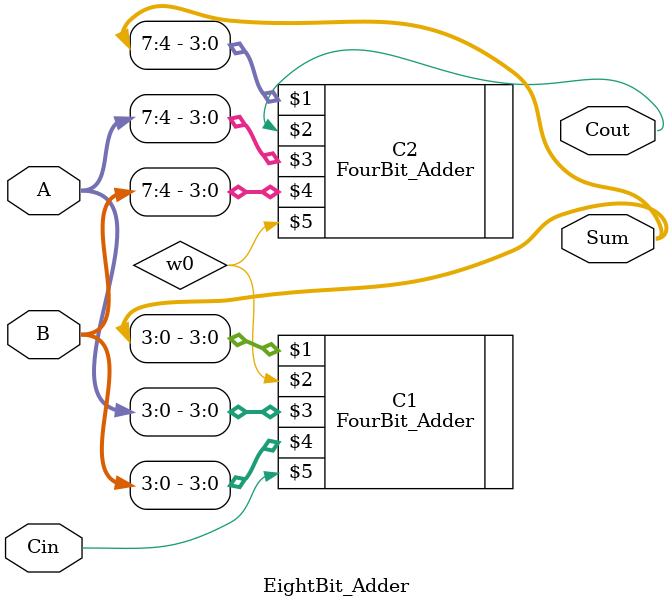
<source format=v>
module EightBit_Adder(Sum, Cout, A, B, Cin);
output [7:0]Sum;
output Cout;
input [7:0]A;
input [7:0]B;
input Cin;
wire w0;

// Chain two 4-bit adders to create 8-bit adder
// NOTE: Cin must be fixed to 0 if not chaining this module

// FourBit_Adder signature:
//	$ FourBit_Adder(Sum, Cout, A, B, Cin);

FourBit_Adder C1(Sum[3:0], w0, A[3:0], B[3:0], Cin);
FourBit_Adder C2(Sum[7:4], Cout, A[7:4], B[7:4], w0);

endmodule
</source>
